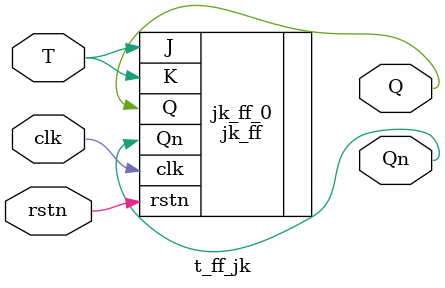
<source format=v>
module t_ff_jk (
    input rstn, clk, T,
    output Q, Qn
);
    jk_ff jk_ff_0 (
        .J (T),
        .K (T),
        .clk (clk),
        .Q (Q),
        .Qn (Qn),
        .rstn (rstn)
    );
endmodule

</source>
